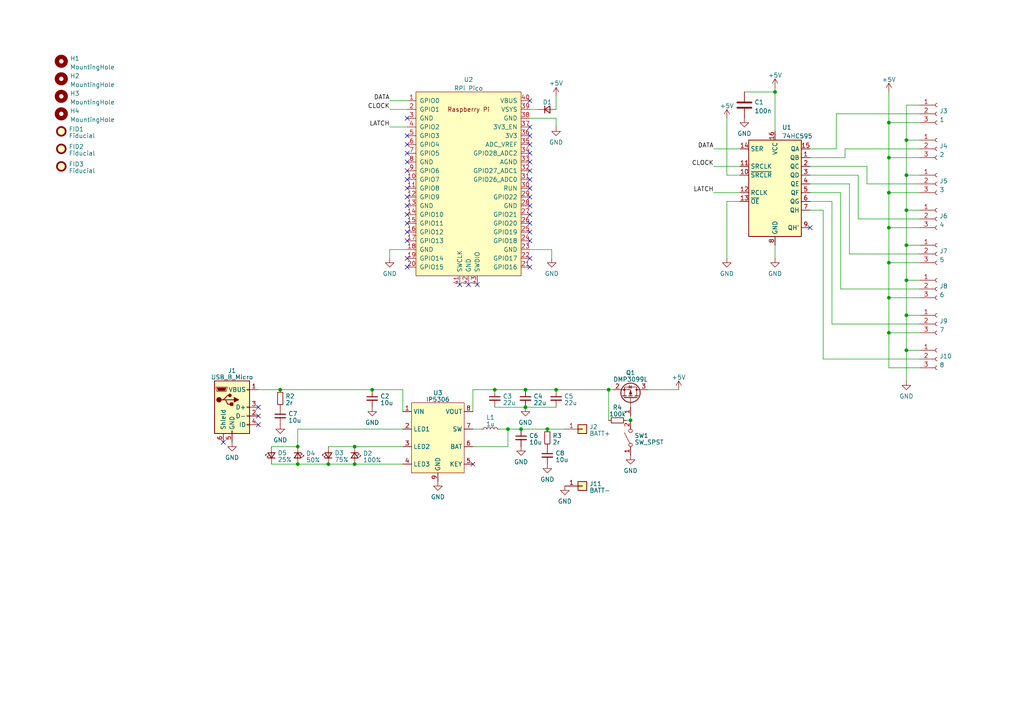
<source format=kicad_sch>
(kicad_sch (version 20230121) (generator eeschema)
  (paper "A4")
  (lib_symbols
    (symbol "74xx:74HC595"
      (property "Reference" "U" (at -7.62 13.97 0))
      (property "Value" "74HC595" (at -7.62 -16.51 0))
      (symbol "74HC595_1_0"
        (pin tri_state line (at 10.16 7.62 180) (length 2.54) (name "QB") (number "1"))
        (pin input line (at -10.16 2.54 0) (length 2.54) (name "~{SRCLR}") (number "10"))
        (pin input line (at -10.16 5.08 0) (length 2.54) (name "SRCLK") (number "11"))
        (pin input line (at -10.16 -2.54 0) (length 2.54) (name "RCLK") (number "12"))
        (pin input line (at -10.16 -5.08 0) (length 2.54) (name "~{OE}") (number "13"))
        (pin input line (at -10.16 10.16 0) (length 2.54) (name "SER") (number "14"))
        (pin tri_state line (at 10.16 10.16 180) (length 2.54) (name "QA") (number "15"))
        (pin power_in line (at 0 15.24 270) (length 2.54) (name "VCC") (number "16"))
        (pin tri_state line (at 10.16 5.08 180) (length 2.54) (name "QC") (number "2"))
        (pin tri_state line (at 10.16 2.54 180) (length 2.54) (name "QD") (number "3"))
        (pin tri_state line (at 10.16 0 180) (length 2.54) (name "QE") (number "4"))
        (pin tri_state line (at 10.16 -2.54 180) (length 2.54) (name "QF") (number "5"))
        (pin tri_state line (at 10.16 -5.08 180) (length 2.54) (name "QG") (number "6"))
        (pin tri_state line (at 10.16 -7.62 180) (length 2.54) (name "QH") (number "7"))
        (pin power_in line (at 0 -17.78 90) (length 2.54) (name "GND") (number "8"))
        (pin output line (at 10.16 -12.7 180) (length 2.54) (name "QH'") (number "9"))
      )
      (symbol "74HC595_1_1"
        (rectangle (start -7.62 12.7) (end 7.62 -15.24) (stroke (width 0.254)) (fill (type background)))
      )
    )
    (symbol "Connector:Conn_01x03_Female" (pin_names (offset 1.016) hide)
      (property "Reference" "J" (at 0 5.08 0))
      (property "Value" "Conn_01x03_Female" (at 0 -5.08 0))
      (symbol "Conn_01x03_Female_1_1"
        (arc (start 0 -2.032) (mid -0.5058 -2.54) (end 0 -3.048) (stroke (width 0.1524)))
        (polyline (pts (xy -1.27 -2.54) (xy -0.508 -2.54)) (stroke (width 0.1524)))
        (polyline (pts (xy -1.27 0) (xy -0.508 0)) (stroke (width 0.1524)))
        (polyline (pts (xy -1.27 2.54) (xy -0.508 2.54)) (stroke (width 0.1524)))
        (arc (start 0 0.508) (mid -0.5058 0) (end 0 -0.508) (stroke (width 0.1524)))
        (arc (start 0 3.048) (mid -0.5058 2.54) (end 0 2.032) (stroke (width 0.1524)))
        (pin passive line (at -5.08 2.54 0) (length 3.81) (name "Pin_1") (number "1"))
        (pin passive line (at -5.08 0 0) (length 3.81) (name "Pin_2") (number "2"))
        (pin passive line (at -5.08 -2.54 0) (length 3.81) (name "Pin_3") (number "3"))
      )
    )
    (symbol "Connector:USB_B_Micro" (pin_names (offset 1.016))
      (property "Reference" "J" (at -5.08 11.43 0))
      (property "Value" "USB_B_Micro" (at -5.08 8.89 0))
      (symbol "USB_B_Micro_0_1"
        (rectangle (start -5.08 -7.62) (end 5.08 7.62) (stroke (width 0.254)) (fill (type background)))
        (circle (center -3.81 2.159) (radius 0.635) (stroke (width 0.254)) (fill (type outline)))
        (circle (center -0.635 3.429) (radius 0.381) (stroke (width 0.254)) (fill (type outline)))
        (rectangle (start -0.127 -7.62) (end 0.127 -6.858))
        (polyline (pts (xy -1.905 2.159) (xy 0.635 2.159)) (stroke (width 0.254)))
        (polyline (pts (xy -3.175 2.159) (xy -2.54 2.159) (xy -1.27 3.429) (xy -0.635 3.429)) (stroke (width 0.254)))
        (polyline (pts (xy -2.54 2.159) (xy -1.905 2.159) (xy -1.27 0.889) (xy 0 0.889)) (stroke (width 0.254)))
        (polyline (pts (xy 0.635 2.794) (xy 0.635 1.524) (xy 1.905 2.159) (xy 0.635 2.794)) (stroke (width 0.254)) (fill (type outline)))
        (polyline (pts (xy -4.318 5.588) (xy -1.778 5.588) (xy -2.032 4.826) (xy -4.064 4.826) (xy -4.318 5.588)) (fill (type outline)))
        (polyline (pts (xy -4.699 5.842) (xy -4.699 5.588) (xy -4.445 4.826) (xy -4.445 4.572) (xy -1.651 4.572) (xy -1.651 4.826) (xy -1.397 5.588) (xy -1.397 5.842) (xy -4.699 5.842)))
        (rectangle (start 0.254 1.27) (end -0.508 0.508) (stroke (width 0.254)) (fill (type outline)))
        (rectangle (start 5.08 -5.207) (end 4.318 -4.953))
        (rectangle (start 5.08 -2.667) (end 4.318 -2.413))
        (rectangle (start 5.08 -0.127) (end 4.318 0.127))
        (rectangle (start 5.08 4.953) (end 4.318 5.207))
      )
      (symbol "USB_B_Micro_1_1"
        (pin power_out line (at 7.62 5.08 180) (length 2.54) (name "VBUS") (number "1"))
        (pin bidirectional line (at 7.62 -2.54 180) (length 2.54) (name "D-") (number "2"))
        (pin bidirectional line (at 7.62 0 180) (length 2.54) (name "D+") (number "3"))
        (pin passive line (at 7.62 -5.08 180) (length 2.54) (name "ID") (number "4"))
        (pin power_out line (at 0 -10.16 90) (length 2.54) (name "GND") (number "5"))
        (pin passive line (at -2.54 -10.16 90) (length 2.54) (name "Shield") (number "6"))
      )
    )
    (symbol "Connector_Generic:Conn_01x01" (pin_names (offset 1.016) hide)
      (property "Reference" "J" (at 0 2.54 0))
      (property "Value" "Conn_01x01" (at 0 -2.54 0))
      (symbol "Conn_01x01_1_1"
        (rectangle (start -1.27 0.127) (end 0 -0.127) (stroke (width 0.1524)))
        (rectangle (start -1.27 1.27) (end 1.27 -1.27) (stroke (width 0.254)) (fill (type background)))
        (pin passive line (at -5.08 0 0) (length 3.81) (name "Pin_1") (number "1"))
      )
    )
    (symbol "Device:C" (pin_numbers hide) (pin_names (offset 0.254))
      (property "Reference" "C" (at 0.635 2.54 0))
      (property "Value" "C" (at 0.635 -2.54 0))
      (symbol "C_0_1"
        (polyline (pts (xy -2.032 -0.762) (xy 2.032 -0.762)) (stroke (width 0.508)))
        (polyline (pts (xy -2.032 0.762) (xy 2.032 0.762)) (stroke (width 0.508)))
      )
      (symbol "C_1_1"
        (pin passive line (at 0 3.81 270) (length 2.794) (name "~") (number "1"))
        (pin passive line (at 0 -3.81 90) (length 2.794) (name "~") (number "2"))
      )
    )
    (symbol "Device:C_Small" (pin_numbers hide) (pin_names (offset 0.254) hide)
      (property "Reference" "C" (at 0.254 1.778 0))
      (property "Value" "C_Small" (at 0.254 -2.032 0))
      (symbol "C_Small_0_1"
        (polyline (pts (xy -1.524 -0.508) (xy 1.524 -0.508)) (stroke (width 0.3302)))
        (polyline (pts (xy -1.524 0.508) (xy 1.524 0.508)) (stroke (width 0.3048)))
      )
      (symbol "C_Small_1_1"
        (pin passive line (at 0 2.54 270) (length 2.032) (name "~") (number "1"))
        (pin passive line (at 0 -2.54 90) (length 2.032) (name "~") (number "2"))
      )
    )
    (symbol "Device:D_Small" (pin_numbers hide) (pin_names (offset 0.254) hide)
      (property "Reference" "D" (at -1.27 2.032 0))
      (property "Value" "D_Small" (at -3.81 -2.032 0))
      (symbol "D_Small_0_1"
        (polyline (pts (xy -0.762 -1.016) (xy -0.762 1.016)) (stroke (width 0.254)))
        (polyline (pts (xy -0.762 0) (xy 0.762 0)))
        (polyline (pts (xy 0.762 -1.016) (xy -0.762 0) (xy 0.762 1.016) (xy 0.762 -1.016)) (stroke (width 0.254)))
      )
      (symbol "D_Small_1_1"
        (pin passive line (at -2.54 0 0) (length 1.778) (name "K") (number "1"))
        (pin passive line (at 2.54 0 180) (length 1.778) (name "A") (number "2"))
      )
    )
    (symbol "Device:LED_Small" (pin_numbers hide) (pin_names (offset 0.254) hide)
      (property "Reference" "D" (at -1.27 3.175 0))
      (property "Value" "LED_Small" (at -4.445 -2.54 0))
      (symbol "LED_Small_0_1"
        (polyline (pts (xy -0.762 -1.016) (xy -0.762 1.016)) (stroke (width 0.254)))
        (polyline (pts (xy 1.016 0) (xy -0.762 0)))
        (polyline (pts (xy 0.762 -1.016) (xy -0.762 0) (xy 0.762 1.016) (xy 0.762 -1.016)) (stroke (width 0.254)))
        (polyline (pts (xy 0 0.762) (xy -0.508 1.27) (xy -0.254 1.27) (xy -0.508 1.27) (xy -0.508 1.016)))
        (polyline (pts (xy 0.508 1.27) (xy 0 1.778) (xy 0.254 1.778) (xy 0 1.778) (xy 0 1.524)))
      )
      (symbol "LED_Small_1_1"
        (pin passive line (at -2.54 0 0) (length 1.778) (name "K") (number "1"))
        (pin passive line (at 2.54 0 180) (length 1.778) (name "A") (number "2"))
      )
    )
    (symbol "Device:L_Small" (pin_numbers hide) (pin_names (offset 0.254) hide)
      (property "Reference" "L" (at 0.762 1.016 0))
      (property "Value" "L_Small" (at 0.762 -1.016 0))
      (symbol "L_Small_0_1"
        (arc (start 0 -2.032) (mid 0.5058 -1.524) (end 0 -1.016))
        (arc (start 0 -1.016) (mid 0.5058 -0.508) (end 0 0))
        (arc (start 0 0) (mid 0.5058 0.508) (end 0 1.016))
        (arc (start 0 1.016) (mid 0.5058 1.524) (end 0 2.032))
      )
      (symbol "L_Small_1_1"
        (pin passive line (at 0 2.54 270) (length 0.508) (name "~") (number "1"))
        (pin passive line (at 0 -2.54 90) (length 0.508) (name "~") (number "2"))
      )
    )
    (symbol "Device:Q_PMOS_GSD" (pin_names (offset 0) hide)
      (property "Reference" "Q" (at 5.08 1.27 0))
      (property "Value" "Q_PMOS_GSD" (at 5.08 -1.27 0))
      (symbol "Q_PMOS_GSD_0_1"
        (polyline (pts (xy 0.254 0) (xy -2.54 0)))
        (polyline (pts (xy 0.254 1.905) (xy 0.254 -1.905)) (stroke (width 0.254)))
        (polyline (pts (xy 0.762 -1.27) (xy 0.762 -2.286)) (stroke (width 0.254)))
        (polyline (pts (xy 0.762 0.508) (xy 0.762 -0.508)) (stroke (width 0.254)))
        (polyline (pts (xy 0.762 2.286) (xy 0.762 1.27)) (stroke (width 0.254)))
        (polyline (pts (xy 2.54 2.54) (xy 2.54 1.778)))
        (polyline (pts (xy 2.54 -2.54) (xy 2.54 0) (xy 0.762 0)))
        (polyline (pts (xy 0.762 1.778) (xy 3.302 1.778) (xy 3.302 -1.778) (xy 0.762 -1.778)))
        (polyline (pts (xy 2.286 0) (xy 1.27 0.381) (xy 1.27 -0.381) (xy 2.286 0)) (fill (type outline)))
        (polyline (pts (xy 2.794 -0.508) (xy 2.921 -0.381) (xy 3.683 -0.381) (xy 3.81 -0.254)))
        (polyline (pts (xy 3.302 -0.381) (xy 2.921 0.254) (xy 3.683 0.254) (xy 3.302 -0.381)))
        (circle (center 1.651 0) (radius 2.794) (stroke (width 0.254)))
        (circle (center 2.54 -1.778) (radius 0.254) (fill (type outline)))
        (circle (center 2.54 1.778) (radius 0.254) (fill (type outline)))
      )
      (symbol "Q_PMOS_GSD_1_1"
        (pin input line (at -5.08 0 0) (length 2.54) (name "G") (number "1"))
        (pin passive line (at 2.54 -5.08 90) (length 2.54) (name "S") (number "2"))
        (pin passive line (at 2.54 5.08 270) (length 2.54) (name "D") (number "3"))
      )
    )
    (symbol "Device:R_Small" (pin_numbers hide) (pin_names (offset 0.254) hide)
      (property "Reference" "R" (at 0.762 0.508 0))
      (property "Value" "R_Small" (at 0.762 -1.016 0))
      (symbol "R_Small_0_1"
        (rectangle (start -0.762 1.778) (end 0.762 -1.778) (stroke (width 0.2032)))
      )
      (symbol "R_Small_1_1"
        (pin passive line (at 0 2.54 270) (length 0.762) (name "~") (number "1"))
        (pin passive line (at 0 -2.54 90) (length 0.762) (name "~") (number "2"))
      )
    )
    (symbol "MCU_RaspberryPi_and_Boards:Pico" (pin_names (offset 1.016))
      (property "Reference" "U" (at -13.97 27.94 0))
      (property "Value" "Pico" (at 0 19.05 0))
      (symbol "Pico_0_0"
        (text "Raspberry Pi" (at 0 21.59 0) (effects (font (size 1.27 1.27))))
      )
      (symbol "Pico_0_1"
        (rectangle (start -15.24 26.67) (end 15.24 -26.67) (fill (type background)))
      )
      (symbol "Pico_1_1"
        (pin bidirectional line (at -17.78 24.13 0) (length 2.54) (name "GPIO0") (number "1"))
        (pin bidirectional line (at -17.78 1.27 0) (length 2.54) (name "GPIO7") (number "10"))
        (pin bidirectional line (at -17.78 -1.27 0) (length 2.54) (name "GPIO8") (number "11"))
        (pin bidirectional line (at -17.78 -3.81 0) (length 2.54) (name "GPIO9") (number "12"))
        (pin power_in line (at -17.78 -6.35 0) (length 2.54) (name "GND") (number "13"))
        (pin bidirectional line (at -17.78 -8.89 0) (length 2.54) (name "GPIO10") (number "14"))
        (pin bidirectional line (at -17.78 -11.43 0) (length 2.54) (name "GPIO11") (number "15"))
        (pin bidirectional line (at -17.78 -13.97 0) (length 2.54) (name "GPIO12") (number "16"))
        (pin bidirectional line (at -17.78 -16.51 0) (length 2.54) (name "GPIO13") (number "17"))
        (pin power_in line (at -17.78 -19.05 0) (length 2.54) (name "GND") (number "18"))
        (pin bidirectional line (at -17.78 -21.59 0) (length 2.54) (name "GPIO14") (number "19"))
        (pin bidirectional line (at -17.78 21.59 0) (length 2.54) (name "GPIO1") (number "2"))
        (pin bidirectional line (at -17.78 -24.13 0) (length 2.54) (name "GPIO15") (number "20"))
        (pin bidirectional line (at 17.78 -24.13 180) (length 2.54) (name "GPIO16") (number "21"))
        (pin bidirectional line (at 17.78 -21.59 180) (length 2.54) (name "GPIO17") (number "22"))
        (pin power_in line (at 17.78 -19.05 180) (length 2.54) (name "GND") (number "23"))
        (pin bidirectional line (at 17.78 -16.51 180) (length 2.54) (name "GPIO18") (number "24"))
        (pin bidirectional line (at 17.78 -13.97 180) (length 2.54) (name "GPIO19") (number "25"))
        (pin bidirectional line (at 17.78 -11.43 180) (length 2.54) (name "GPIO20") (number "26"))
        (pin bidirectional line (at 17.78 -8.89 180) (length 2.54) (name "GPIO21") (number "27"))
        (pin power_in line (at 17.78 -6.35 180) (length 2.54) (name "GND") (number "28"))
        (pin bidirectional line (at 17.78 -3.81 180) (length 2.54) (name "GPIO22") (number "29"))
        (pin power_in line (at -17.78 19.05 0) (length 2.54) (name "GND") (number "3"))
        (pin input line (at 17.78 -1.27 180) (length 2.54) (name "RUN") (number "30"))
        (pin bidirectional line (at 17.78 1.27 180) (length 2.54) (name "GPIO26_ADC0") (number "31"))
        (pin bidirectional line (at 17.78 3.81 180) (length 2.54) (name "GPIO27_ADC1") (number "32"))
        (pin power_in line (at 17.78 6.35 180) (length 2.54) (name "AGND") (number "33"))
        (pin bidirectional line (at 17.78 8.89 180) (length 2.54) (name "GPIO28_ADC2") (number "34"))
        (pin unspecified line (at 17.78 11.43 180) (length 2.54) (name "ADC_VREF") (number "35"))
        (pin unspecified line (at 17.78 13.97 180) (length 2.54) (name "3V3") (number "36"))
        (pin input line (at 17.78 16.51 180) (length 2.54) (name "3V3_EN") (number "37"))
        (pin bidirectional line (at 17.78 19.05 180) (length 2.54) (name "GND") (number "38"))
        (pin unspecified line (at 17.78 21.59 180) (length 2.54) (name "VSYS") (number "39"))
        (pin bidirectional line (at -17.78 16.51 0) (length 2.54) (name "GPIO2") (number "4"))
        (pin unspecified line (at 17.78 24.13 180) (length 2.54) (name "VBUS") (number "40"))
        (pin input line (at -2.54 -29.21 90) (length 2.54) (name "SWCLK") (number "41"))
        (pin power_in line (at 0 -29.21 90) (length 2.54) (name "GND") (number "42"))
        (pin bidirectional line (at 2.54 -29.21 90) (length 2.54) (name "SWDIO") (number "43"))
        (pin bidirectional line (at -17.78 13.97 0) (length 2.54) (name "GPIO3") (number "5"))
        (pin bidirectional line (at -17.78 11.43 0) (length 2.54) (name "GPIO4") (number "6"))
        (pin bidirectional line (at -17.78 8.89 0) (length 2.54) (name "GPIO5") (number "7"))
        (pin power_in line (at -17.78 6.35 0) (length 2.54) (name "GND") (number "8"))
        (pin bidirectional line (at -17.78 3.81 0) (length 2.54) (name "GPIO6") (number "9"))
      )
    )
    (symbol "Mechanical:Fiducial"
      (property "Reference" "FID" (at 0 5.08 0))
      (property "Value" "Fiducial" (at 0 3.175 0))
      (symbol "Fiducial_0_1"
        (circle (center 0 0) (radius 1.27) (stroke (width 0.508)) (fill (type background)))
      )
    )
    (symbol "Mechanical:MountingHole" (pin_names (offset 1.016))
      (property "Reference" "H" (at 0 5.08 0))
      (property "Value" "MountingHole" (at 0 3.175 0))
      (symbol "MountingHole_0_1"
        (circle (center 0 0) (radius 1.27) (stroke (width 1.27)))
      )
    )
    (symbol "Switch:SW_SPST" (pin_names (offset 0) hide)
      (property "Reference" "SW" (at 0 3.175 0))
      (property "Value" "SW_SPST" (at 0 -2.54 0))
      (symbol "SW_SPST_0_0"
        (circle (center -2.032 0) (radius 0.508))
        (polyline (pts (xy -1.524 0.254) (xy 1.524 1.778)))
        (circle (center 2.032 0) (radius 0.508))
      )
      (symbol "SW_SPST_1_1"
        (pin passive line (at -5.08 0 0) (length 2.54) (name "A") (number "1"))
        (pin passive line (at 5.08 0 180) (length 2.54) (name "B") (number "2"))
      )
    )
    (symbol "porta-jelly:IP5306"
      (property "Reference" "U" (at 0 -5.08 0))
      (property "Value" "IP5306" (at 0 5.08 0))
      (symbol "IP5306_0_1"
        (rectangle (start -7.62 10.16) (end 7.62 -10.16) (fill (type background)))
      )
      (symbol "IP5306_1_1"
        (pin input line (at -10.16 7.62 0) (length 2.54) (name "VIN") (number "1"))
        (pin input line (at -10.16 2.54 0) (length 2.54) (name "LED1") (number "2"))
        (pin input line (at -10.16 -2.54 0) (length 2.54) (name "LED2") (number "3"))
        (pin input line (at -10.16 -7.62 0) (length 2.54) (name "LED3") (number "4"))
        (pin input line (at 10.16 -7.62 180) (length 2.54) (name "KEY") (number "5"))
        (pin input line (at 10.16 -2.54 180) (length 2.54) (name "BAT") (number "6"))
        (pin input line (at 10.16 2.54 180) (length 2.54) (name "SW") (number "7"))
        (pin input line (at 10.16 7.62 180) (length 2.54) (name "VOUT") (number "8"))
        (pin input line (at 0 -12.7 90) (length 2.54) (name "GND") (number "9"))
      )
    )
    (symbol "power:+5V" (power) (pin_names (offset 0))
      (property "Value" "+5V" (at 0 3.556 0))
      (symbol "+5V_0_1"
        (polyline (pts (xy -0.762 1.27) (xy 0 2.54)))
        (polyline (pts (xy 0 0) (xy 0 2.54)))
        (polyline (pts (xy 0 2.54) (xy 0.762 1.27)))
      )
      (symbol "+5V_1_1"
        (pin power_in line (at 0 0 90) (length 0) hide (name "+5V") (number "1"))
      )
    )
    (symbol "power:GND" (power) (pin_names (offset 0))
      (property "Value" "GND" (at 0 -3.81 0))
      (symbol "GND_0_1"
        (polyline (pts (xy 0 0) (xy 0 -1.27) (xy 1.27 -1.27) (xy 0 -2.54) (xy -1.27 -1.27) (xy 0 -1.27)))
      )
      (symbol "GND_1_1"
        (pin power_in line (at 0 0 270) (length 0) hide (name "GND") (number "1"))
      )
    )
  )
  (junction (at 152.4 113.03))
  (junction (at 95.25 134.62))
  (junction (at 262.89 101.6))
  (junction (at 161.29 113.03))
  (junction (at 107.95 113.03))
  (junction (at 257.81 96.52))
  (junction (at 224.79 26.67))
  (junction (at 176.53 113.03))
  (junction (at 257.81 66.04))
  (junction (at 86.36 134.62))
  (junction (at 81.28 113.03))
  (junction (at 257.81 35.56))
  (junction (at 257.81 55.88))
  (junction (at 262.89 71.12))
  (junction (at 257.81 86.36))
  (junction (at 102.87 129.54))
  (junction (at 262.89 91.44))
  (junction (at 262.89 60.96))
  (junction (at 262.89 40.64))
  (junction (at 147.32 124.46))
  (junction (at 143.51 113.03))
  (junction (at 182.88 121.92))
  (junction (at 257.81 76.2))
  (junction (at 86.36 129.54))
  (junction (at 152.4 118.11))
  (junction (at 151.13 124.46))
  (junction (at 262.89 50.8))
  (junction (at 262.89 81.28))
  (junction (at 158.75 124.46))
  (junction (at 257.81 45.72))
  (junction (at 102.87 134.62))
  (no_connect (at 74.93 120.65))
  (no_connect (at 74.93 118.11))
  (no_connect (at 234.95 66.04))
  (no_connect (at 153.67 36.83))
  (no_connect (at 153.67 39.37))
  (no_connect (at 153.67 41.91))
  (no_connect (at 153.67 44.45))
  (no_connect (at 118.11 46.99))
  (no_connect (at 118.11 49.53))
  (no_connect (at 118.11 52.07))
  (no_connect (at 118.11 54.61))
  (no_connect (at 118.11 57.15))
  (no_connect (at 118.11 59.69))
  (no_connect (at 118.11 62.23))
  (no_connect (at 118.11 64.77))
  (no_connect (at 118.11 67.31))
  (no_connect (at 118.11 69.85))
  (no_connect (at 118.11 74.93))
  (no_connect (at 118.11 77.47))
  (no_connect (at 153.67 29.21))
  (no_connect (at 153.67 46.99))
  (no_connect (at 153.67 49.53))
  (no_connect (at 153.67 77.47))
  (no_connect (at 133.35 82.55))
  (no_connect (at 135.89 82.55))
  (no_connect (at 138.43 82.55))
  (no_connect (at 153.67 52.07))
  (no_connect (at 153.67 54.61))
  (no_connect (at 153.67 57.15))
  (no_connect (at 153.67 59.69))
  (no_connect (at 153.67 62.23))
  (no_connect (at 153.67 64.77))
  (no_connect (at 153.67 67.31))
  (no_connect (at 153.67 69.85))
  (no_connect (at 153.67 74.93))
  (no_connect (at 118.11 34.29))
  (no_connect (at 118.11 39.37))
  (no_connect (at 118.11 41.91))
  (no_connect (at 118.11 44.45))
  (no_connect (at 64.77 128.27))
  (no_connect (at 74.93 123.19))
  (no_connect (at 137.16 134.62))
  (wire (pts (xy 215.9 26.67) (xy 224.79 26.67)))
  (wire (pts (xy 207.01 55.88) (xy 214.63 55.88)))
  (wire (pts (xy 158.75 124.46) (xy 163.83 124.46)))
  (wire (pts (xy 153.67 34.29) (xy 161.29 34.29)))
  (wire (pts (xy 137.16 129.54) (xy 147.32 129.54)))
  (wire (pts (xy 207.01 43.18) (xy 214.63 43.18)))
  (wire (pts (xy 78.74 129.54) (xy 86.36 129.54)))
  (wire (pts (xy 262.89 40.64) (xy 262.89 30.48)))
  (wire (pts (xy 95.25 134.62) (xy 102.87 134.62)))
  (wire (pts (xy 257.81 76.2) (xy 257.81 86.36)))
  (wire (pts (xy 102.87 129.54) (xy 116.84 129.54)))
  (wire (pts (xy 152.4 113.03) (xy 161.29 113.03)))
  (wire (pts (xy 262.89 91.44) (xy 266.7 91.44)))
  (wire (pts (xy 187.96 113.03) (xy 196.85 113.03)))
  (wire (pts (xy 257.81 76.2) (xy 266.7 76.2)))
  (wire (pts (xy 257.81 86.36) (xy 266.7 86.36)))
  (wire (pts (xy 262.89 50.8) (xy 266.7 50.8)))
  (wire (pts (xy 246.38 53.34) (xy 246.38 73.66)))
  (wire (pts (xy 262.89 81.28) (xy 262.89 91.44)))
  (wire (pts (xy 147.32 124.46) (xy 144.78 124.46)))
  (wire (pts (xy 246.38 73.66) (xy 266.7 73.66)))
  (wire (pts (xy 257.81 26.67) (xy 257.81 35.56)))
  (wire (pts (xy 176.53 113.03) (xy 177.8 113.03)))
  (wire (pts (xy 143.51 113.03) (xy 152.4 113.03)))
  (wire (pts (xy 251.46 53.34) (xy 266.7 53.34)))
  (wire (pts (xy 234.95 48.26) (xy 251.46 48.26)))
  (wire (pts (xy 262.89 101.6) (xy 266.7 101.6)))
  (wire (pts (xy 161.29 31.75) (xy 161.29 27.94)))
  (wire (pts (xy 102.87 134.62) (xy 116.84 134.62)))
  (wire (pts (xy 153.67 72.39) (xy 160.02 72.39)))
  (wire (pts (xy 81.28 113.03) (xy 107.95 113.03)))
  (wire (pts (xy 118.11 72.39) (xy 113.03 72.39)))
  (wire (pts (xy 257.81 45.72) (xy 257.81 55.88)))
  (wire (pts (xy 262.89 30.48) (xy 266.7 30.48)))
  (wire (pts (xy 78.74 134.62) (xy 86.36 134.62)))
  (wire (pts (xy 143.51 118.11) (xy 152.4 118.11)))
  (wire (pts (xy 234.95 58.42) (xy 241.3 58.42)))
  (wire (pts (xy 74.93 113.03) (xy 81.28 113.03)))
  (wire (pts (xy 161.29 34.29) (xy 161.29 36.83)))
  (wire (pts (xy 182.88 120.65) (xy 182.88 121.92)))
  (wire (pts (xy 257.81 45.72) (xy 266.7 45.72)))
  (wire (pts (xy 257.81 66.04) (xy 266.7 66.04)))
  (wire (pts (xy 147.32 124.46) (xy 151.13 124.46)))
  (wire (pts (xy 262.89 40.64) (xy 266.7 40.64)))
  (wire (pts (xy 137.16 124.46) (xy 139.7 124.46)))
  (wire (pts (xy 137.16 119.38) (xy 137.16 113.03)))
  (wire (pts (xy 243.84 55.88) (xy 243.84 83.82)))
  (wire (pts (xy 234.95 60.96) (xy 238.76 60.96)))
  (wire (pts (xy 234.95 55.88) (xy 243.84 55.88)))
  (wire (pts (xy 257.81 106.68) (xy 266.7 106.68)))
  (wire (pts (xy 257.81 66.04) (xy 257.81 76.2)))
  (wire (pts (xy 262.89 101.6) (xy 262.89 110.49)))
  (wire (pts (xy 266.7 81.28) (xy 262.89 81.28)))
  (wire (pts (xy 107.95 113.03) (xy 116.84 113.03)))
  (wire (pts (xy 95.25 129.54) (xy 102.87 129.54)))
  (wire (pts (xy 176.53 121.92) (xy 176.53 113.03)))
  (wire (pts (xy 262.89 91.44) (xy 262.89 101.6)))
  (wire (pts (xy 234.95 53.34) (xy 246.38 53.34)))
  (wire (pts (xy 257.81 96.52) (xy 266.7 96.52)))
  (wire (pts (xy 257.81 55.88) (xy 266.7 55.88)))
  (wire (pts (xy 234.95 50.8) (xy 248.92 50.8)))
  (wire (pts (xy 113.03 29.21) (xy 118.11 29.21)))
  (wire (pts (xy 234.95 43.18) (xy 242.57 43.18)))
  (wire (pts (xy 238.76 104.14) (xy 238.76 60.96)))
  (wire (pts (xy 257.81 55.88) (xy 257.81 66.04)))
  (wire (pts (xy 113.03 72.39) (xy 113.03 74.93)))
  (wire (pts (xy 245.11 45.72) (xy 245.11 43.18)))
  (wire (pts (xy 210.82 58.42) (xy 210.82 74.93)))
  (wire (pts (xy 207.01 48.26) (xy 214.63 48.26)))
  (wire (pts (xy 214.63 58.42) (xy 210.82 58.42)))
  (wire (pts (xy 147.32 129.54) (xy 147.32 124.46)))
  (wire (pts (xy 262.89 60.96) (xy 262.89 50.8)))
  (wire (pts (xy 210.82 34.29) (xy 210.82 50.8)))
  (wire (pts (xy 262.89 71.12) (xy 266.7 71.12)))
  (wire (pts (xy 245.11 43.18) (xy 266.7 43.18)))
  (wire (pts (xy 86.36 134.62) (xy 95.25 134.62)))
  (wire (pts (xy 234.95 45.72) (xy 245.11 45.72)))
  (wire (pts (xy 251.46 48.26) (xy 251.46 53.34)))
  (wire (pts (xy 161.29 113.03) (xy 176.53 113.03)))
  (wire (pts (xy 248.92 50.8) (xy 248.92 63.5)))
  (wire (pts (xy 262.89 71.12) (xy 262.89 60.96)))
  (wire (pts (xy 242.57 33.02) (xy 266.7 33.02)))
  (wire (pts (xy 116.84 113.03) (xy 116.84 119.38)))
  (wire (pts (xy 257.81 86.36) (xy 257.81 96.52)))
  (wire (pts (xy 137.16 113.03) (xy 143.51 113.03)))
  (wire (pts (xy 262.89 60.96) (xy 266.7 60.96)))
  (wire (pts (xy 224.79 26.67) (xy 224.79 38.1)))
  (wire (pts (xy 262.89 50.8) (xy 262.89 40.64)))
  (wire (pts (xy 257.81 35.56) (xy 257.81 45.72)))
  (wire (pts (xy 248.92 63.5) (xy 266.7 63.5)))
  (wire (pts (xy 182.88 121.92) (xy 181.61 121.92)))
  (wire (pts (xy 86.36 124.46) (xy 116.84 124.46)))
  (wire (pts (xy 224.79 71.12) (xy 224.79 74.93)))
  (wire (pts (xy 266.7 104.14) (xy 238.76 104.14)))
  (wire (pts (xy 257.81 96.52) (xy 257.81 106.68)))
  (wire (pts (xy 242.57 43.18) (xy 242.57 33.02)))
  (wire (pts (xy 241.3 93.98) (xy 241.3 58.42)))
  (wire (pts (xy 262.89 81.28) (xy 262.89 71.12)))
  (wire (pts (xy 266.7 93.98) (xy 241.3 93.98)))
  (wire (pts (xy 243.84 83.82) (xy 266.7 83.82)))
  (wire (pts (xy 214.63 50.8) (xy 210.82 50.8)))
  (wire (pts (xy 113.03 36.83) (xy 118.11 36.83)))
  (wire (pts (xy 153.67 31.75) (xy 156.21 31.75)))
  (wire (pts (xy 113.03 31.75) (xy 118.11 31.75)))
  (wire (pts (xy 86.36 129.54) (xy 86.36 124.46)))
  (wire (pts (xy 151.13 124.46) (xy 158.75 124.46)))
  (wire (pts (xy 160.02 72.39) (xy 160.02 74.93)))
  (wire (pts (xy 257.81 35.56) (xy 266.7 35.56)))
  (wire (pts (xy 224.79 25.4) (xy 224.79 26.67)))
  (wire (pts (xy 152.4 118.11) (xy 161.29 118.11)))
  (label "CLOCK" (at 207.01 48.26 180))
  (label "DATA" (at 207.01 43.18 180))
  (label "LATCH" (at 207.01 55.88 180))
  (label "DATA" (at 113.03 29.21 180))
  (label "LATCH" (at 113.03 36.83 180))
  (label "CLOCK" (at 113.03 31.75 180))
  (symbol (lib_id "power:+5V") (at 257.81 26.67 0) (unit 1)
    (property "Reference" "#PWR03" (effects hide))
    (property "Value" "+5V" (at 257.81 23.0942 0))
  )
  (symbol (lib_id "porta-jelly:IP5306") (at 127 127 0) (unit 1)
    (property "Reference" "U3" (at 127 113.9571 0))
    (property "Value" "IP5306" (at 127 115.8781 0))
    (property "Footprint" "Package_SO:SOIC-8-1EP_3.9x4.9mm_P1.27mm_EP2.29x3mm_ThermalVias" (effects hide))
  )
  (symbol (lib_id "Mechanical:Fiducial") (at 17.78 43.18 0) (unit 1)
    (property "Reference" "FID2" (at 19.939 42.5363 0) (effects (justify left)))
    (property "Value" "Fiducial" (at 19.939 44.4573 0) (effects (justify left)))
    (property "Footprint" "Fiducial:Fiducial_1mm_Mask2mm" (effects hide))
  )
  (symbol (lib_id "power:GND") (at 127 139.7 0) (unit 1)
    (property "Reference" "#PWR011" (effects hide))
    (property "Value" "GND" (at 127 144.1434 0))
  )
  (symbol (lib_id "Device:C_Small") (at 158.75 132.08 0) (unit 1)
    (property "Reference" "C8" (at 161.0741 131.4426 0) (effects (justify left)))
    (property "Value" "10u" (at 161.0741 133.3636 0) (effects (justify left)))
    (property "Footprint" "Capacitor_SMD:C_0603_1608Metric" (effects hide))
  )
  (symbol (lib_id "Device:LED_Small") (at 95.25 132.08 90) (unit 1)
    (property "Reference" "D3" (at 97.028 131.3728 90) (effects (justify right)))
    (property "Value" "75%" (at 97.028 133.2938 90) (effects (justify right)))
    (property "Footprint" "LED_SMD:LED_0805_2012Metric" (effects hide))
  )
  (symbol (lib_id "Device:C_Small") (at 143.51 115.57 0) (unit 1)
    (property "Reference" "C3" (at 145.8341 114.9326 0) (effects (justify left)))
    (property "Value" "22u" (at 145.8341 116.8536 0) (effects (justify left)))
    (property "Footprint" "Capacitor_SMD:C_0805_2012Metric" (effects hide))
  )
  (symbol (lib_id "Connector:Conn_01x03_Female") (at 271.78 83.82 0) (unit 1)
    (property "Reference" "J8" (at 272.4912 82.9853 0) (effects (justify left)))
    (property "Value" "6" (at 272.4912 85.5222 0) (effects (justify left)))
    (property "Footprint" "Connector_Molex:Molex_KK-254_AE-6410-03A_1x03_P2.54mm_Vertical" (effects hide))
  )
  (symbol (lib_id "Connector_Generic:Conn_01x01") (at 168.91 124.46 0) (unit 1)
    (property "Reference" "J2" (at 170.942 123.8163 0) (effects (justify left)))
    (property "Value" "BATT+" (at 170.942 125.7373 0) (effects (justify left)))
    (property "Footprint" "porta-jelly:Bonded_Pad" (effects hide))
  )
  (symbol (lib_id "power:+5V") (at 196.85 113.03 0) (unit 1)
    (property "Reference" "#PWR01" (effects hide))
    (property "Value" "+5V" (at 196.85 109.4542 0))
  )
  (symbol (lib_id "power:GND") (at 182.88 132.08 0) (unit 1)
    (property "Reference" "#PWR018" (effects hide))
    (property "Value" "GND" (at 182.88 136.5234 0))
  )
  (symbol (lib_id "power:GND") (at 224.79 74.93 0) (unit 1)
    (property "Reference" "#PWR09" (effects hide))
    (property "Value" "GND" (at 224.79 79.3734 0))
  )
  (symbol (lib_id "power:GND") (at 151.13 129.54 0) (unit 1)
    (property "Reference" "#PWR014" (effects hide))
    (property "Value" "GND" (at 151.13 133.9834 0))
  )
  (symbol (lib_id "power:+5V") (at 224.79 25.4 0) (unit 1)
    (property "Reference" "#PWR06" (effects hide))
    (property "Value" "+5V" (at 224.79 21.8242 0))
  )
  (symbol (lib_id "Device:LED_Small") (at 86.36 132.08 270) (unit 1)
    (property "Reference" "D4" (at 88.773 131.4998 90) (effects (justify left)))
    (property "Value" "50%" (at 88.773 133.4208 90) (effects (justify left)))
    (property "Footprint" "LED_SMD:LED_0805_2012Metric" (effects hide))
  )
  (symbol (lib_id "74xx:74HC595") (at 224.79 53.34 0) (unit 1)
    (property "Reference" "U1" (at 226.8094 36.9402 0) (effects (justify left)))
    (property "Value" "74HC595" (at 226.8094 39.4771 0) (effects (justify left)))
    (property "Footprint" "Package_SO:SOIC-16_3.9x9.9mm_P1.27mm" (effects hide))
    (property "Datasheet" "http://www.ti.com/lit/ds/symlink/sn74hc595.pdf" (effects hide))
  )
  (symbol (lib_id "Device:Q_PMOS_GSD") (at 182.88 115.57 270) (mirror x) (unit 1)
    (property "Reference" "Q1" (at 182.88 108.1151 90))
    (property "Value" "DMP3099L" (at 182.88 110.0361 90))
    (property "Footprint" "Package_TO_SOT_SMD:SOT-23" (effects hide))
    (property "Datasheet" "https://4donline.ihs.com/images/VipMasterIC/IC/DIOD/DIOD-S-A0013043571/DIOD-S-A0013121244-1.pdf?hkey=6D3A4C79FDBF58556ACFDE234799DDF0" (effects hide))
  )
  (symbol (lib_id "Device:R_Small") (at 158.75 127 0) (unit 1)
    (property "Reference" "R3" (at 160.2486 126.3563 0) (effects (justify left)))
    (property "Value" "2r" (at 160.2486 128.2773 0) (effects (justify left)))
    (property "Footprint" "Resistor_SMD:R_0603_1608Metric" (effects hide))
  )
  (symbol (lib_id "Mechanical:Fiducial") (at 17.78 48.26 0) (unit 1)
    (property "Reference" "FID3" (at 19.939 47.6163 0) (effects (justify left)))
    (property "Value" "Fiducial" (at 19.939 49.5373 0) (effects (justify left)))
    (property "Footprint" "Fiducial:Fiducial_1mm_Mask2mm" (effects hide))
  )
  (symbol (lib_id "Device:L_Small") (at 142.24 124.46 90) (unit 1)
    (property "Reference" "L1" (at 142.24 121.0713 90))
    (property "Value" "1u" (at 142.24 122.9923 90))
    (property "Footprint" "Inductor_SMD:L_Coilcraft_XxL4040" (effects hide))
  )
  (symbol (lib_id "Connector:Conn_01x03_Female") (at 271.78 104.14 0) (unit 1)
    (property "Reference" "J10" (at 272.4912 103.3053 0) (effects (justify left)))
    (property "Value" "8" (at 272.4912 105.8422 0) (effects (justify left)))
    (property "Footprint" "Connector_Molex:Molex_KK-254_AE-6410-03A_1x03_P2.54mm_Vertical" (effects hide))
  )
  (symbol (lib_id "Connector:Conn_01x03_Female") (at 271.78 93.98 0) (unit 1)
    (property "Reference" "J9" (at 272.4912 93.1453 0) (effects (justify left)))
    (property "Value" "7" (at 272.4912 95.6822 0) (effects (justify left)))
    (property "Footprint" "Connector_Molex:Molex_KK-254_AE-6410-03A_1x03_P2.54mm_Vertical" (effects hide))
  )
  (symbol (lib_id "Connector:Conn_01x03_Female") (at 271.78 53.34 0) (unit 1)
    (property "Reference" "J5" (at 272.4912 52.5053 0) (effects (justify left)))
    (property "Value" "3" (at 272.4912 55.0422 0) (effects (justify left)))
    (property "Footprint" "Connector_Molex:Molex_KK-254_AE-6410-03A_1x03_P2.54mm_Vertical" (effects hide))
  )
  (symbol (lib_id "Connector:Conn_01x03_Female") (at 271.78 43.18 0) (unit 1)
    (property "Reference" "J4" (at 272.4912 42.3453 0) (effects (justify left)))
    (property "Value" "2" (at 272.4912 44.8822 0) (effects (justify left)))
    (property "Footprint" "Connector_Molex:Molex_KK-254_AE-6410-03A_1x03_P2.54mm_Vertical" (effects hide))
  )
  (symbol (lib_id "MCU_RaspberryPi_and_Boards:Pico") (at 135.89 53.34 0) (unit 1)
    (property "Reference" "U2" (at 135.89 23.0972 0))
    (property "Value" "RPi Pico" (at 135.89 25.6341 0))
    (property "Footprint" "RPi_Pico:RPi_Pico_SMD_TH" (effects hide))
  )
  (symbol (lib_id "Device:C") (at 215.9 30.48 0) (unit 1)
    (property "Reference" "C1" (at 218.821 29.6453 0) (effects (justify left)))
    (property "Value" "100n" (at 218.821 32.1822 0) (effects (justify left)))
    (property "Footprint" "Capacitor_SMD:C_0603_1608Metric" (effects hide))
  )
  (symbol (lib_id "power:+5V") (at 210.82 34.29 0) (unit 1)
    (property "Reference" "#PWR05" (effects hide))
    (property "Value" "+5V" (at 210.82 30.7142 0))
  )
  (symbol (lib_id "Switch:SW_SPST") (at 182.88 127 90) (unit 1)
    (property "Reference" "SW1" (at 184.023 126.3563 90) (effects (justify right)))
    (property "Value" "SW_SPST" (at 184.023 128.2773 90) (effects (justify right)))
    (property "Footprint" "Connector_PinHeader_2.54mm:PinHeader_1x02_P2.54mm_Vertical" (effects hide))
  )
  (symbol (lib_id "Mechanical:Fiducial") (at 17.78 38.1 0) (unit 1)
    (property "Reference" "FID1" (at 19.939 37.4563 0) (effects (justify left)))
    (property "Value" "Fiducial" (at 19.939 39.3773 0) (effects (justify left)))
    (property "Footprint" "Fiducial:Fiducial_1mm_Mask2mm" (effects hide))
  )
  (symbol (lib_id "Connector:Conn_01x03_Female") (at 271.78 33.02 0) (unit 1)
    (property "Reference" "J3" (at 272.4912 32.1853 0) (effects (justify left)))
    (property "Value" "1" (at 272.4912 34.7222 0) (effects (justify left)))
    (property "Footprint" "Connector_Molex:Molex_KK-254_AE-6410-03A_1x03_P2.54mm_Vertical" (effects hide))
  )
  (symbol (lib_id "Device:C_Small") (at 152.4 115.57 0) (unit 1)
    (property "Reference" "C4" (at 154.7241 114.9326 0) (effects (justify left)))
    (property "Value" "22u" (at 154.7241 116.8536 0) (effects (justify left)))
    (property "Footprint" "Capacitor_SMD:C_0805_2012Metric" (effects hide))
  )
  (symbol (lib_id "power:GND") (at 81.28 123.19 0) (unit 1)
    (property "Reference" "#PWR015" (effects hide))
    (property "Value" "GND" (at 81.28 127.6334 0))
  )
  (symbol (lib_id "Mechanical:MountingHole") (at 17.78 33.02 0) (unit 1)
    (property "Reference" "H4" (at 20.32 32.1853 0) (effects (justify left)))
    (property "Value" "MountingHole" (at 20.32 34.7222 0) (effects (justify left)))
    (property "Footprint" "MountingHole:MountingHole_3.2mm_M3" (effects hide))
  )
  (symbol (lib_id "power:GND") (at 107.95 118.11 0) (unit 1)
    (property "Reference" "#PWR02" (effects hide))
    (property "Value" "GND" (at 107.95 122.5534 0))
  )
  (symbol (lib_id "Device:C_Small") (at 107.95 115.57 0) (unit 1)
    (property "Reference" "C2" (at 110.2741 114.9326 0) (effects (justify left)))
    (property "Value" "10u" (at 110.2741 116.8536 0) (effects (justify left)))
    (property "Footprint" "Capacitor_SMD:C_0603_1608Metric" (effects hide))
  )
  (symbol (lib_id "Device:D_Small") (at 158.75 31.75 0) (unit 1)
    (property "Reference" "D1" (at 158.75 29.6451 0))
    (property "Value" "D_Small" (effects hide))
    (property "Footprint" "Diode_SMD:D_0805_2012Metric" (effects hide))
    (property "Sim.Device" "D" (effects hide))
    (property "Sim.Pins" "1=K 2=A" (effects hide))
  )
  (symbol (lib_id "Device:C_Small") (at 81.28 120.65 0) (unit 1)
    (property "Reference" "C7" (at 83.6041 120.0126 0) (effects (justify left)))
    (property "Value" "10u" (at 83.6041 121.9336 0) (effects (justify left)))
    (property "Footprint" "Capacitor_SMD:C_0603_1608Metric" (effects hide))
  )
  (symbol (lib_id "Mechanical:MountingHole") (at 17.78 17.78 0) (unit 1)
    (property "Reference" "H1" (at 20.32 16.9453 0) (effects (justify left)))
    (property "Value" "MountingHole" (at 20.32 19.4822 0) (effects (justify left)))
    (property "Footprint" "MountingHole:MountingHole_3.2mm_M3" (effects hide))
  )
  (symbol (lib_id "Connector_Generic:Conn_01x01") (at 168.91 140.97 0) (unit 1)
    (property "Reference" "J11" (at 170.942 140.3263 0) (effects (justify left)))
    (property "Value" "BATT-" (at 170.942 142.2473 0) (effects (justify left)))
    (property "Footprint" "porta-jelly:Bonded_Pad" (effects hide))
  )
  (symbol (lib_id "Device:LED_Small") (at 78.74 132.08 90) (unit 1)
    (property "Reference" "D5" (at 80.518 131.3728 90) (effects (justify right)))
    (property "Value" "25%" (at 80.518 133.2938 90) (effects (justify right)))
    (property "Footprint" "LED_SMD:LED_0805_2012Metric" (effects hide))
  )
  (symbol (lib_id "Connector:Conn_01x03_Female") (at 271.78 63.5 0) (unit 1)
    (property "Reference" "J6" (at 272.4912 62.6653 0) (effects (justify left)))
    (property "Value" "4" (at 272.4912 65.2022 0) (effects (justify left)))
    (property "Footprint" "Connector_Molex:Molex_KK-254_AE-6410-03A_1x03_P2.54mm_Vertical" (effects hide))
  )
  (symbol (lib_id "power:GND") (at 161.29 36.83 0) (unit 1)
    (property "Reference" "#PWR07" (effects hide))
    (property "Value" "GND" (at 161.29 41.2734 0))
  )
  (symbol (lib_id "Device:LED_Small") (at 102.87 132.08 270) (unit 1)
    (property "Reference" "D2" (at 105.283 131.4998 90) (effects (justify left)))
    (property "Value" "100%" (at 105.283 133.4208 90) (effects (justify left)))
    (property "Footprint" "LED_SMD:LED_0805_2012Metric" (effects hide))
  )
  (symbol (lib_id "power:GND") (at 160.02 74.93 0) (unit 1)
    (property "Reference" "#PWR0102" (effects hide))
    (property "Value" "GND" (at 160.02 79.3734 0))
  )
  (symbol (lib_id "Device:C_Small") (at 161.29 115.57 0) (unit 1)
    (property "Reference" "C5" (at 163.6141 114.9326 0) (effects (justify left)))
    (property "Value" "22u" (at 163.6141 116.8536 0) (effects (justify left)))
    (property "Footprint" "Capacitor_SMD:C_0805_2012Metric" (effects hide))
  )
  (symbol (lib_id "power:GND") (at 262.89 110.49 0) (unit 1)
    (property "Reference" "#PWR010" (effects hide))
    (property "Value" "GND" (at 262.89 114.9334 0))
  )
  (symbol (lib_id "Mechanical:MountingHole") (at 17.78 22.86 0) (unit 1)
    (property "Reference" "H2" (at 20.32 22.0253 0) (effects (justify left)))
    (property "Value" "MountingHole" (at 20.32 24.5622 0) (effects (justify left)))
    (property "Footprint" "MountingHole:MountingHole_3.2mm_M3" (effects hide))
  )
  (symbol (lib_id "power:GND") (at 210.82 74.93 0) (unit 1)
    (property "Reference" "#PWR08" (effects hide))
    (property "Value" "GND" (at 210.82 79.3734 0))
  )
  (symbol (lib_id "Connector:USB_B_Micro") (at 67.31 118.11 0) (unit 1)
    (property "Reference" "J1" (at 67.31 107.4801 0))
    (property "Value" "USB_B_Micro" (at 67.31 109.4011 0))
    (property "Footprint" "Connector_USB:USB_Micro-B_Molex-105017-0001" (effects hide))
  )
  (symbol (lib_id "Device:C_Small") (at 151.13 127 0) (unit 1)
    (property "Reference" "C6" (at 153.4541 126.3626 0) (effects (justify left)))
    (property "Value" "10u" (at 153.4541 128.2836 0) (effects (justify left)))
    (property "Footprint" "Capacitor_SMD:C_0603_1608Metric" (effects hide))
  )
  (symbol (lib_id "power:GND") (at 113.03 74.93 0) (unit 1)
    (property "Reference" "#PWR0103" (effects hide))
    (property "Value" "GND" (at 113.03 79.3734 0))
  )
  (symbol (lib_id "Mechanical:MountingHole") (at 17.78 27.94 0) (unit 1)
    (property "Reference" "H3" (at 20.32 27.1053 0) (effects (justify left)))
    (property "Value" "MountingHole" (at 20.32 29.6422 0) (effects (justify left)))
    (property "Footprint" "MountingHole:MountingHole_3.2mm_M3" (effects hide))
  )
  (symbol (lib_id "Connector:Conn_01x03_Female") (at 271.78 73.66 0) (unit 1)
    (property "Reference" "J7" (at 272.4912 72.8253 0) (effects (justify left)))
    (property "Value" "5" (at 272.4912 75.3622 0) (effects (justify left)))
    (property "Footprint" "Connector_Molex:Molex_KK-254_AE-6410-03A_1x03_P2.54mm_Vertical" (effects hide))
  )
  (symbol (lib_id "power:GND") (at 67.31 128.27 0) (unit 1)
    (property "Reference" "#PWR012" (effects hide))
    (property "Value" "GND" (at 67.31 132.7134 0))
  )
  (symbol (lib_id "power:GND") (at 158.75 134.62 0) (unit 1)
    (property "Reference" "#PWR016" (effects hide))
    (property "Value" "GND" (at 158.75 139.0634 0))
  )
  (symbol (lib_id "power:GND") (at 152.4 118.11 0) (unit 1)
    (property "Reference" "#PWR013" (effects hide))
    (property "Value" "GND" (at 152.4 122.5534 0))
  )
  (symbol (lib_id "power:+5V") (at 161.29 27.94 0) (unit 1)
    (property "Reference" "#PWR04" (effects hide))
    (property "Value" "+5V" (at 161.29 24.13 0))
  )
  (symbol (lib_id "Device:R_Small") (at 81.28 115.57 0) (unit 1)
    (property "Reference" "R2" (at 82.7786 114.9263 0) (effects (justify left)))
    (property "Value" "2r" (at 82.7786 116.8473 0) (effects (justify left)))
    (property "Footprint" "Resistor_SMD:R_0603_1608Metric" (effects hide))
  )
  (symbol (lib_id "Device:R_Small") (at 179.07 121.92 270) (unit 1)
    (property "Reference" "R4" (at 179.07 118.1735 90))
    (property "Value" "100k" (at 179.07 120.0945 90))
    (property "Footprint" "Resistor_SMD:R_0603_1608Metric" (effects hide))
  )
  (symbol (lib_id "power:GND") (at 215.9 34.29 0) (unit 1)
    (property "Reference" "#PWR0101" (effects hide))
    (property "Value" "GND" (at 215.9 38.7334 0))
  )
  (symbol (lib_id "power:GND") (at 163.83 140.97 0) (unit 1)
    (property "Reference" "#PWR017" (effects hide))
    (property "Value" "GND" (at 163.83 145.4134 0))
  )
)
</source>
